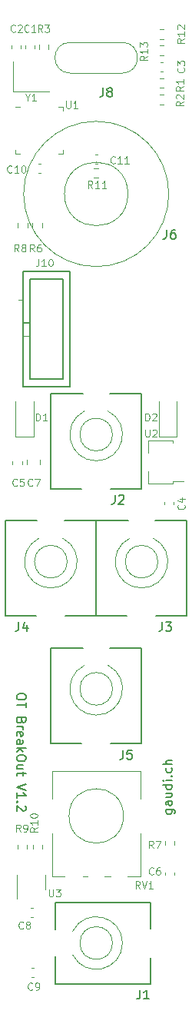
<source format=gbr>
%TF.GenerationSoftware,KiCad,Pcbnew,6.0.11-2627ca5db0~126~ubuntu22.04.1*%
%TF.CreationDate,2024-03-30T06:54:33+01:00*%
%TF.ProjectId,OTBreakOutV1,4f544272-6561-46b4-9f75-7456312e6b69,rev?*%
%TF.SameCoordinates,Original*%
%TF.FileFunction,Legend,Top*%
%TF.FilePolarity,Positive*%
%FSLAX46Y46*%
G04 Gerber Fmt 4.6, Leading zero omitted, Abs format (unit mm)*
G04 Created by KiCad (PCBNEW 6.0.11-2627ca5db0~126~ubuntu22.04.1) date 2024-03-30 06:54:33*
%MOMM*%
%LPD*%
G01*
G04 APERTURE LIST*
%ADD10C,0.150000*%
%ADD11C,0.120000*%
%ADD12C,0.100000*%
%ADD13C,0.200000*%
G04 APERTURE END LIST*
D10*
X92247619Y-130785714D02*
X92247619Y-130976190D01*
X92200000Y-131071428D01*
X92104761Y-131166666D01*
X91914285Y-131214285D01*
X91580952Y-131214285D01*
X91390476Y-131166666D01*
X91295238Y-131071428D01*
X91247619Y-130976190D01*
X91247619Y-130785714D01*
X91295238Y-130690476D01*
X91390476Y-130595238D01*
X91580952Y-130547619D01*
X91914285Y-130547619D01*
X92104761Y-130595238D01*
X92200000Y-130690476D01*
X92247619Y-130785714D01*
X92247619Y-131500000D02*
X92247619Y-132071428D01*
X91247619Y-131785714D02*
X92247619Y-131785714D01*
X91771428Y-133500000D02*
X91723809Y-133642857D01*
X91676190Y-133690476D01*
X91580952Y-133738095D01*
X91438095Y-133738095D01*
X91342857Y-133690476D01*
X91295238Y-133642857D01*
X91247619Y-133547619D01*
X91247619Y-133166666D01*
X92247619Y-133166666D01*
X92247619Y-133500000D01*
X92200000Y-133595238D01*
X92152380Y-133642857D01*
X92057142Y-133690476D01*
X91961904Y-133690476D01*
X91866666Y-133642857D01*
X91819047Y-133595238D01*
X91771428Y-133500000D01*
X91771428Y-133166666D01*
X91247619Y-134166666D02*
X91914285Y-134166666D01*
X91723809Y-134166666D02*
X91819047Y-134214285D01*
X91866666Y-134261904D01*
X91914285Y-134357142D01*
X91914285Y-134452380D01*
X91295238Y-135166666D02*
X91247619Y-135071428D01*
X91247619Y-134880952D01*
X91295238Y-134785714D01*
X91390476Y-134738095D01*
X91771428Y-134738095D01*
X91866666Y-134785714D01*
X91914285Y-134880952D01*
X91914285Y-135071428D01*
X91866666Y-135166666D01*
X91771428Y-135214285D01*
X91676190Y-135214285D01*
X91580952Y-134738095D01*
X91247619Y-136071428D02*
X91771428Y-136071428D01*
X91866666Y-136023809D01*
X91914285Y-135928571D01*
X91914285Y-135738095D01*
X91866666Y-135642857D01*
X91295238Y-136071428D02*
X91247619Y-135976190D01*
X91247619Y-135738095D01*
X91295238Y-135642857D01*
X91390476Y-135595238D01*
X91485714Y-135595238D01*
X91580952Y-135642857D01*
X91628571Y-135738095D01*
X91628571Y-135976190D01*
X91676190Y-136071428D01*
X91247619Y-136547619D02*
X92247619Y-136547619D01*
X91628571Y-136642857D02*
X91247619Y-136928571D01*
X91914285Y-136928571D02*
X91533333Y-136547619D01*
X92247619Y-137547619D02*
X92247619Y-137738095D01*
X92200000Y-137833333D01*
X92104761Y-137928571D01*
X91914285Y-137976190D01*
X91580952Y-137976190D01*
X91390476Y-137928571D01*
X91295238Y-137833333D01*
X91247619Y-137738095D01*
X91247619Y-137547619D01*
X91295238Y-137452380D01*
X91390476Y-137357142D01*
X91580952Y-137309523D01*
X91914285Y-137309523D01*
X92104761Y-137357142D01*
X92200000Y-137452380D01*
X92247619Y-137547619D01*
X91914285Y-138833333D02*
X91247619Y-138833333D01*
X91914285Y-138404761D02*
X91390476Y-138404761D01*
X91295238Y-138452380D01*
X91247619Y-138547619D01*
X91247619Y-138690476D01*
X91295238Y-138785714D01*
X91342857Y-138833333D01*
X91914285Y-139166666D02*
X91914285Y-139547619D01*
X92247619Y-139309523D02*
X91390476Y-139309523D01*
X91295238Y-139357142D01*
X91247619Y-139452380D01*
X91247619Y-139547619D01*
X92247619Y-140500000D02*
X91247619Y-140833333D01*
X92247619Y-141166666D01*
X91247619Y-142023809D02*
X91247619Y-141452380D01*
X91247619Y-141738095D02*
X92247619Y-141738095D01*
X92104761Y-141642857D01*
X92009523Y-141547619D01*
X91961904Y-141452380D01*
X91342857Y-142452380D02*
X91295238Y-142500000D01*
X91247619Y-142452380D01*
X91295238Y-142404761D01*
X91342857Y-142452380D01*
X91247619Y-142452380D01*
X92152380Y-142880952D02*
X92200000Y-142928571D01*
X92247619Y-143023809D01*
X92247619Y-143261904D01*
X92200000Y-143357142D01*
X92152380Y-143404761D01*
X92057142Y-143452380D01*
X91961904Y-143452380D01*
X91819047Y-143404761D01*
X91247619Y-142833333D01*
X91247619Y-143452380D01*
X107685714Y-143300000D02*
X108495238Y-143300000D01*
X108590476Y-143347619D01*
X108638095Y-143395238D01*
X108685714Y-143490476D01*
X108685714Y-143633333D01*
X108638095Y-143728571D01*
X108304761Y-143300000D02*
X108352380Y-143395238D01*
X108352380Y-143585714D01*
X108304761Y-143680952D01*
X108257142Y-143728571D01*
X108161904Y-143776190D01*
X107876190Y-143776190D01*
X107780952Y-143728571D01*
X107733333Y-143680952D01*
X107685714Y-143585714D01*
X107685714Y-143395238D01*
X107733333Y-143300000D01*
X108352380Y-142395238D02*
X107828571Y-142395238D01*
X107733333Y-142442857D01*
X107685714Y-142538095D01*
X107685714Y-142728571D01*
X107733333Y-142823809D01*
X108304761Y-142395238D02*
X108352380Y-142490476D01*
X108352380Y-142728571D01*
X108304761Y-142823809D01*
X108209523Y-142871428D01*
X108114285Y-142871428D01*
X108019047Y-142823809D01*
X107971428Y-142728571D01*
X107971428Y-142490476D01*
X107923809Y-142395238D01*
X107685714Y-141490476D02*
X108352380Y-141490476D01*
X107685714Y-141919047D02*
X108209523Y-141919047D01*
X108304761Y-141871428D01*
X108352380Y-141776190D01*
X108352380Y-141633333D01*
X108304761Y-141538095D01*
X108257142Y-141490476D01*
X108352380Y-140585714D02*
X107352380Y-140585714D01*
X108304761Y-140585714D02*
X108352380Y-140680952D01*
X108352380Y-140871428D01*
X108304761Y-140966666D01*
X108257142Y-141014285D01*
X108161904Y-141061904D01*
X107876190Y-141061904D01*
X107780952Y-141014285D01*
X107733333Y-140966666D01*
X107685714Y-140871428D01*
X107685714Y-140680952D01*
X107733333Y-140585714D01*
X108352380Y-140109523D02*
X107685714Y-140109523D01*
X107352380Y-140109523D02*
X107400000Y-140157142D01*
X107447619Y-140109523D01*
X107400000Y-140061904D01*
X107352380Y-140109523D01*
X107447619Y-140109523D01*
X108257142Y-139633333D02*
X108304761Y-139585714D01*
X108352380Y-139633333D01*
X108304761Y-139680952D01*
X108257142Y-139633333D01*
X108352380Y-139633333D01*
X108304761Y-138728571D02*
X108352380Y-138823809D01*
X108352380Y-139014285D01*
X108304761Y-139109523D01*
X108257142Y-139157142D01*
X108161904Y-139204761D01*
X107876190Y-139204761D01*
X107780952Y-139157142D01*
X107733333Y-139109523D01*
X107685714Y-139014285D01*
X107685714Y-138823809D01*
X107733333Y-138728571D01*
X108352380Y-138300000D02*
X107352380Y-138300000D01*
X108352380Y-137871428D02*
X107828571Y-137871428D01*
X107733333Y-137919047D01*
X107685714Y-138014285D01*
X107685714Y-138157142D01*
X107733333Y-138252380D01*
X107780952Y-138300000D01*
D11*
%TO.C,U1*%
X96690476Y-65261904D02*
X96690476Y-65909523D01*
X96728571Y-65985714D01*
X96766666Y-66023809D01*
X96842857Y-66061904D01*
X96995238Y-66061904D01*
X97071428Y-66023809D01*
X97109523Y-65985714D01*
X97147619Y-65909523D01*
X97147619Y-65261904D01*
X97947619Y-66061904D02*
X97490476Y-66061904D01*
X97719047Y-66061904D02*
X97719047Y-65261904D01*
X97642857Y-65376190D01*
X97566666Y-65452380D01*
X97490476Y-65490476D01*
%TO.C,C11*%
X102085714Y-72085714D02*
X102047619Y-72123809D01*
X101933333Y-72161904D01*
X101857142Y-72161904D01*
X101742857Y-72123809D01*
X101666666Y-72047619D01*
X101628571Y-71971428D01*
X101590476Y-71819047D01*
X101590476Y-71704761D01*
X101628571Y-71552380D01*
X101666666Y-71476190D01*
X101742857Y-71400000D01*
X101857142Y-71361904D01*
X101933333Y-71361904D01*
X102047619Y-71400000D01*
X102085714Y-71438095D01*
X102847619Y-72161904D02*
X102390476Y-72161904D01*
X102619047Y-72161904D02*
X102619047Y-71361904D01*
X102542857Y-71476190D01*
X102466666Y-71552380D01*
X102390476Y-71590476D01*
X103609523Y-72161904D02*
X103152380Y-72161904D01*
X103380952Y-72161904D02*
X103380952Y-71361904D01*
X103304761Y-71476190D01*
X103228571Y-71552380D01*
X103152380Y-71590476D01*
%TO.C,R1*%
X109611904Y-63633333D02*
X109230952Y-63900000D01*
X109611904Y-64090476D02*
X108811904Y-64090476D01*
X108811904Y-63785714D01*
X108850000Y-63709523D01*
X108888095Y-63671428D01*
X108964285Y-63633333D01*
X109078571Y-63633333D01*
X109154761Y-63671428D01*
X109192857Y-63709523D01*
X109230952Y-63785714D01*
X109230952Y-64090476D01*
X109611904Y-62871428D02*
X109611904Y-63328571D01*
X109611904Y-63100000D02*
X108811904Y-63100000D01*
X108926190Y-63176190D01*
X109002380Y-63252380D01*
X109040476Y-63328571D01*
D10*
%TO.C,J2*%
X102066666Y-108652380D02*
X102066666Y-109366666D01*
X102019047Y-109509523D01*
X101923809Y-109604761D01*
X101780952Y-109652380D01*
X101685714Y-109652380D01*
X102495238Y-108747619D02*
X102542857Y-108700000D01*
X102638095Y-108652380D01*
X102876190Y-108652380D01*
X102971428Y-108700000D01*
X103019047Y-108747619D01*
X103066666Y-108842857D01*
X103066666Y-108938095D01*
X103019047Y-109080952D01*
X102447619Y-109652380D01*
X103066666Y-109652380D01*
D11*
%TO.C,J10*%
X93652380Y-82661904D02*
X93652380Y-83233333D01*
X93614285Y-83347619D01*
X93538095Y-83423809D01*
X93423809Y-83461904D01*
X93347619Y-83461904D01*
X94452380Y-83461904D02*
X93995238Y-83461904D01*
X94223809Y-83461904D02*
X94223809Y-82661904D01*
X94147619Y-82776190D01*
X94071428Y-82852380D01*
X93995238Y-82890476D01*
X94947619Y-82661904D02*
X95023809Y-82661904D01*
X95100000Y-82700000D01*
X95138095Y-82738095D01*
X95176190Y-82814285D01*
X95214285Y-82966666D01*
X95214285Y-83157142D01*
X95176190Y-83309523D01*
X95138095Y-83385714D01*
X95100000Y-83423809D01*
X95023809Y-83461904D01*
X94947619Y-83461904D01*
X94871428Y-83423809D01*
X94833333Y-83385714D01*
X94795238Y-83309523D01*
X94757142Y-83157142D01*
X94757142Y-82966666D01*
X94795238Y-82814285D01*
X94833333Y-82738095D01*
X94871428Y-82700000D01*
X94947619Y-82661904D01*
%TO.C,RV1*%
X104806809Y-151999904D02*
X104540142Y-151618952D01*
X104349666Y-151999904D02*
X104349666Y-151199904D01*
X104654428Y-151199904D01*
X104730619Y-151238000D01*
X104768714Y-151276095D01*
X104806809Y-151352285D01*
X104806809Y-151466571D01*
X104768714Y-151542761D01*
X104730619Y-151580857D01*
X104654428Y-151618952D01*
X104349666Y-151618952D01*
X105035380Y-151199904D02*
X105302047Y-151999904D01*
X105568714Y-151199904D01*
X106254428Y-151999904D02*
X105797285Y-151999904D01*
X106025857Y-151999904D02*
X106025857Y-151199904D01*
X105949666Y-151314190D01*
X105873476Y-151390380D01*
X105797285Y-151428476D01*
%TO.C,C8*%
X91941666Y-156368714D02*
X91903571Y-156406809D01*
X91789285Y-156444904D01*
X91713095Y-156444904D01*
X91598809Y-156406809D01*
X91522619Y-156330619D01*
X91484523Y-156254428D01*
X91446428Y-156102047D01*
X91446428Y-155987761D01*
X91484523Y-155835380D01*
X91522619Y-155759190D01*
X91598809Y-155683000D01*
X91713095Y-155644904D01*
X91789285Y-155644904D01*
X91903571Y-155683000D01*
X91941666Y-155721095D01*
X92398809Y-155987761D02*
X92322619Y-155949666D01*
X92284523Y-155911571D01*
X92246428Y-155835380D01*
X92246428Y-155797285D01*
X92284523Y-155721095D01*
X92322619Y-155683000D01*
X92398809Y-155644904D01*
X92551190Y-155644904D01*
X92627380Y-155683000D01*
X92665476Y-155721095D01*
X92703571Y-155797285D01*
X92703571Y-155835380D01*
X92665476Y-155911571D01*
X92627380Y-155949666D01*
X92551190Y-155987761D01*
X92398809Y-155987761D01*
X92322619Y-156025857D01*
X92284523Y-156063952D01*
X92246428Y-156140142D01*
X92246428Y-156292523D01*
X92284523Y-156368714D01*
X92322619Y-156406809D01*
X92398809Y-156444904D01*
X92551190Y-156444904D01*
X92627380Y-156406809D01*
X92665476Y-156368714D01*
X92703571Y-156292523D01*
X92703571Y-156140142D01*
X92665476Y-156063952D01*
X92627380Y-156025857D01*
X92551190Y-155987761D01*
%TO.C,C2*%
X91066666Y-57585714D02*
X91028571Y-57623809D01*
X90914285Y-57661904D01*
X90838095Y-57661904D01*
X90723809Y-57623809D01*
X90647619Y-57547619D01*
X90609523Y-57471428D01*
X90571428Y-57319047D01*
X90571428Y-57204761D01*
X90609523Y-57052380D01*
X90647619Y-56976190D01*
X90723809Y-56900000D01*
X90838095Y-56861904D01*
X90914285Y-56861904D01*
X91028571Y-56900000D01*
X91066666Y-56938095D01*
X91371428Y-56938095D02*
X91409523Y-56900000D01*
X91485714Y-56861904D01*
X91676190Y-56861904D01*
X91752380Y-56900000D01*
X91790476Y-56938095D01*
X91828571Y-57014285D01*
X91828571Y-57090476D01*
X91790476Y-57204761D01*
X91333333Y-57661904D01*
X91828571Y-57661904D01*
%TO.C,C3*%
X109665714Y-61623333D02*
X109703809Y-61661428D01*
X109741904Y-61775714D01*
X109741904Y-61851904D01*
X109703809Y-61966190D01*
X109627619Y-62042380D01*
X109551428Y-62080476D01*
X109399047Y-62118571D01*
X109284761Y-62118571D01*
X109132380Y-62080476D01*
X109056190Y-62042380D01*
X108980000Y-61966190D01*
X108941904Y-61851904D01*
X108941904Y-61775714D01*
X108980000Y-61661428D01*
X109018095Y-61623333D01*
X108941904Y-61356666D02*
X108941904Y-60861428D01*
X109246666Y-61128095D01*
X109246666Y-61013809D01*
X109284761Y-60937619D01*
X109322857Y-60899523D01*
X109399047Y-60861428D01*
X109589523Y-60861428D01*
X109665714Y-60899523D01*
X109703809Y-60937619D01*
X109741904Y-61013809D01*
X109741904Y-61242380D01*
X109703809Y-61318571D01*
X109665714Y-61356666D01*
%TO.C,C4*%
X109685714Y-109733333D02*
X109723809Y-109771428D01*
X109761904Y-109885714D01*
X109761904Y-109961904D01*
X109723809Y-110076190D01*
X109647619Y-110152380D01*
X109571428Y-110190476D01*
X109419047Y-110228571D01*
X109304761Y-110228571D01*
X109152380Y-110190476D01*
X109076190Y-110152380D01*
X109000000Y-110076190D01*
X108961904Y-109961904D01*
X108961904Y-109885714D01*
X109000000Y-109771428D01*
X109038095Y-109733333D01*
X109228571Y-109047619D02*
X109761904Y-109047619D01*
X108923809Y-109238095D02*
X109495238Y-109428571D01*
X109495238Y-108933333D01*
D10*
%TO.C,J6*%
X107766666Y-79452380D02*
X107766666Y-80166666D01*
X107719047Y-80309523D01*
X107623809Y-80404761D01*
X107480952Y-80452380D01*
X107385714Y-80452380D01*
X108671428Y-79452380D02*
X108480952Y-79452380D01*
X108385714Y-79500000D01*
X108338095Y-79547619D01*
X108242857Y-79690476D01*
X108195238Y-79880952D01*
X108195238Y-80261904D01*
X108242857Y-80357142D01*
X108290476Y-80404761D01*
X108385714Y-80452380D01*
X108576190Y-80452380D01*
X108671428Y-80404761D01*
X108719047Y-80357142D01*
X108766666Y-80261904D01*
X108766666Y-80023809D01*
X108719047Y-79928571D01*
X108671428Y-79880952D01*
X108576190Y-79833333D01*
X108385714Y-79833333D01*
X108290476Y-79880952D01*
X108242857Y-79928571D01*
X108195238Y-80023809D01*
D11*
%TO.C,C9*%
X92957666Y-163099714D02*
X92919571Y-163137809D01*
X92805285Y-163175904D01*
X92729095Y-163175904D01*
X92614809Y-163137809D01*
X92538619Y-163061619D01*
X92500523Y-162985428D01*
X92462428Y-162833047D01*
X92462428Y-162718761D01*
X92500523Y-162566380D01*
X92538619Y-162490190D01*
X92614809Y-162414000D01*
X92729095Y-162375904D01*
X92805285Y-162375904D01*
X92919571Y-162414000D01*
X92957666Y-162452095D01*
X93338619Y-163175904D02*
X93491000Y-163175904D01*
X93567190Y-163137809D01*
X93605285Y-163099714D01*
X93681476Y-162985428D01*
X93719571Y-162833047D01*
X93719571Y-162528285D01*
X93681476Y-162452095D01*
X93643380Y-162414000D01*
X93567190Y-162375904D01*
X93414809Y-162375904D01*
X93338619Y-162414000D01*
X93300523Y-162452095D01*
X93262428Y-162528285D01*
X93262428Y-162718761D01*
X93300523Y-162794952D01*
X93338619Y-162833047D01*
X93414809Y-162871142D01*
X93567190Y-162871142D01*
X93643380Y-162833047D01*
X93681476Y-162794952D01*
X93719571Y-162718761D01*
D10*
%TO.C,J8*%
X100766666Y-63802380D02*
X100766666Y-64516666D01*
X100719047Y-64659523D01*
X100623809Y-64754761D01*
X100480952Y-64802380D01*
X100385714Y-64802380D01*
X101385714Y-64230952D02*
X101290476Y-64183333D01*
X101242857Y-64135714D01*
X101195238Y-64040476D01*
X101195238Y-63992857D01*
X101242857Y-63897619D01*
X101290476Y-63850000D01*
X101385714Y-63802380D01*
X101576190Y-63802380D01*
X101671428Y-63850000D01*
X101719047Y-63897619D01*
X101766666Y-63992857D01*
X101766666Y-64040476D01*
X101719047Y-64135714D01*
X101671428Y-64183333D01*
X101576190Y-64230952D01*
X101385714Y-64230952D01*
X101290476Y-64278571D01*
X101242857Y-64326190D01*
X101195238Y-64421428D01*
X101195238Y-64611904D01*
X101242857Y-64707142D01*
X101290476Y-64754761D01*
X101385714Y-64802380D01*
X101576190Y-64802380D01*
X101671428Y-64754761D01*
X101719047Y-64707142D01*
X101766666Y-64611904D01*
X101766666Y-64421428D01*
X101719047Y-64326190D01*
X101671428Y-64278571D01*
X101576190Y-64230952D01*
%TO.C,J4*%
X91466666Y-122652380D02*
X91466666Y-123366666D01*
X91419047Y-123509523D01*
X91323809Y-123604761D01*
X91180952Y-123652380D01*
X91085714Y-123652380D01*
X92371428Y-122985714D02*
X92371428Y-123652380D01*
X92133333Y-122604761D02*
X91895238Y-123319047D01*
X92514285Y-123319047D01*
D11*
%TO.C,D2*%
X105409523Y-100461904D02*
X105409523Y-99661904D01*
X105600000Y-99661904D01*
X105714285Y-99700000D01*
X105790476Y-99776190D01*
X105828571Y-99852380D01*
X105866666Y-100004761D01*
X105866666Y-100119047D01*
X105828571Y-100271428D01*
X105790476Y-100347619D01*
X105714285Y-100423809D01*
X105600000Y-100461904D01*
X105409523Y-100461904D01*
X106171428Y-99738095D02*
X106209523Y-99700000D01*
X106285714Y-99661904D01*
X106476190Y-99661904D01*
X106552380Y-99700000D01*
X106590476Y-99738095D01*
X106628571Y-99814285D01*
X106628571Y-99890476D01*
X106590476Y-100004761D01*
X106133333Y-100461904D01*
X106628571Y-100461904D01*
%TO.C,R10*%
X93521904Y-145254285D02*
X93140952Y-145520952D01*
X93521904Y-145711428D02*
X92721904Y-145711428D01*
X92721904Y-145406666D01*
X92760000Y-145330476D01*
X92798095Y-145292380D01*
X92874285Y-145254285D01*
X92988571Y-145254285D01*
X93064761Y-145292380D01*
X93102857Y-145330476D01*
X93140952Y-145406666D01*
X93140952Y-145711428D01*
X93521904Y-144492380D02*
X93521904Y-144949523D01*
X93521904Y-144720952D02*
X92721904Y-144720952D01*
X92836190Y-144797142D01*
X92912380Y-144873333D01*
X92950476Y-144949523D01*
X92721904Y-143997142D02*
X92721904Y-143920952D01*
X92760000Y-143844761D01*
X92798095Y-143806666D01*
X92874285Y-143768571D01*
X93026666Y-143730476D01*
X93217142Y-143730476D01*
X93369523Y-143768571D01*
X93445714Y-143806666D01*
X93483809Y-143844761D01*
X93521904Y-143920952D01*
X93521904Y-143997142D01*
X93483809Y-144073333D01*
X93445714Y-144111428D01*
X93369523Y-144149523D01*
X93217142Y-144187619D01*
X93026666Y-144187619D01*
X92874285Y-144149523D01*
X92798095Y-144111428D01*
X92760000Y-144073333D01*
X92721904Y-143997142D01*
%TO.C,U2*%
X105420476Y-101451904D02*
X105420476Y-102099523D01*
X105458571Y-102175714D01*
X105496666Y-102213809D01*
X105572857Y-102251904D01*
X105725238Y-102251904D01*
X105801428Y-102213809D01*
X105839523Y-102175714D01*
X105877619Y-102099523D01*
X105877619Y-101451904D01*
X106220476Y-101528095D02*
X106258571Y-101490000D01*
X106334761Y-101451904D01*
X106525238Y-101451904D01*
X106601428Y-101490000D01*
X106639523Y-101528095D01*
X106677619Y-101604285D01*
X106677619Y-101680476D01*
X106639523Y-101794761D01*
X106182380Y-102251904D01*
X106677619Y-102251904D01*
%TO.C,C5*%
X91266666Y-107585714D02*
X91228571Y-107623809D01*
X91114285Y-107661904D01*
X91038095Y-107661904D01*
X90923809Y-107623809D01*
X90847619Y-107547619D01*
X90809523Y-107471428D01*
X90771428Y-107319047D01*
X90771428Y-107204761D01*
X90809523Y-107052380D01*
X90847619Y-106976190D01*
X90923809Y-106900000D01*
X91038095Y-106861904D01*
X91114285Y-106861904D01*
X91228571Y-106900000D01*
X91266666Y-106938095D01*
X91990476Y-106861904D02*
X91609523Y-106861904D01*
X91571428Y-107242857D01*
X91609523Y-107204761D01*
X91685714Y-107166666D01*
X91876190Y-107166666D01*
X91952380Y-107204761D01*
X91990476Y-107242857D01*
X92028571Y-107319047D01*
X92028571Y-107509523D01*
X91990476Y-107585714D01*
X91952380Y-107623809D01*
X91876190Y-107661904D01*
X91685714Y-107661904D01*
X91609523Y-107623809D01*
X91571428Y-107585714D01*
%TO.C,R12*%
X109711904Y-58384285D02*
X109330952Y-58650952D01*
X109711904Y-58841428D02*
X108911904Y-58841428D01*
X108911904Y-58536666D01*
X108950000Y-58460476D01*
X108988095Y-58422380D01*
X109064285Y-58384285D01*
X109178571Y-58384285D01*
X109254761Y-58422380D01*
X109292857Y-58460476D01*
X109330952Y-58536666D01*
X109330952Y-58841428D01*
X109711904Y-57622380D02*
X109711904Y-58079523D01*
X109711904Y-57850952D02*
X108911904Y-57850952D01*
X109026190Y-57927142D01*
X109102380Y-58003333D01*
X109140476Y-58079523D01*
X108988095Y-57317619D02*
X108950000Y-57279523D01*
X108911904Y-57203333D01*
X108911904Y-57012857D01*
X108950000Y-56936666D01*
X108988095Y-56898571D01*
X109064285Y-56860476D01*
X109140476Y-56860476D01*
X109254761Y-56898571D01*
X109711904Y-57355714D01*
X109711904Y-56860476D01*
%TO.C,R7*%
X106292666Y-147554904D02*
X106026000Y-147173952D01*
X105835523Y-147554904D02*
X105835523Y-146754904D01*
X106140285Y-146754904D01*
X106216476Y-146793000D01*
X106254571Y-146831095D01*
X106292666Y-146907285D01*
X106292666Y-147021571D01*
X106254571Y-147097761D01*
X106216476Y-147135857D01*
X106140285Y-147173952D01*
X105835523Y-147173952D01*
X106559333Y-146754904D02*
X107092666Y-146754904D01*
X106749809Y-147554904D01*
%TO.C,C7*%
X92966666Y-107585714D02*
X92928571Y-107623809D01*
X92814285Y-107661904D01*
X92738095Y-107661904D01*
X92623809Y-107623809D01*
X92547619Y-107547619D01*
X92509523Y-107471428D01*
X92471428Y-107319047D01*
X92471428Y-107204761D01*
X92509523Y-107052380D01*
X92547619Y-106976190D01*
X92623809Y-106900000D01*
X92738095Y-106861904D01*
X92814285Y-106861904D01*
X92928571Y-106900000D01*
X92966666Y-106938095D01*
X93233333Y-106861904D02*
X93766666Y-106861904D01*
X93423809Y-107661904D01*
%TO.C,R2*%
X109611904Y-65293333D02*
X109230952Y-65560000D01*
X109611904Y-65750476D02*
X108811904Y-65750476D01*
X108811904Y-65445714D01*
X108850000Y-65369523D01*
X108888095Y-65331428D01*
X108964285Y-65293333D01*
X109078571Y-65293333D01*
X109154761Y-65331428D01*
X109192857Y-65369523D01*
X109230952Y-65445714D01*
X109230952Y-65750476D01*
X108888095Y-64988571D02*
X108850000Y-64950476D01*
X108811904Y-64874285D01*
X108811904Y-64683809D01*
X108850000Y-64607619D01*
X108888095Y-64569523D01*
X108964285Y-64531428D01*
X109040476Y-64531428D01*
X109154761Y-64569523D01*
X109611904Y-65026666D01*
X109611904Y-64531428D01*
D10*
%TO.C,J5*%
X102966666Y-136752380D02*
X102966666Y-137466666D01*
X102919047Y-137609523D01*
X102823809Y-137704761D01*
X102680952Y-137752380D01*
X102585714Y-137752380D01*
X103919047Y-136752380D02*
X103442857Y-136752380D01*
X103395238Y-137228571D01*
X103442857Y-137180952D01*
X103538095Y-137133333D01*
X103776190Y-137133333D01*
X103871428Y-137180952D01*
X103919047Y-137228571D01*
X103966666Y-137323809D01*
X103966666Y-137561904D01*
X103919047Y-137657142D01*
X103871428Y-137704761D01*
X103776190Y-137752380D01*
X103538095Y-137752380D01*
X103442857Y-137704761D01*
X103395238Y-137657142D01*
D11*
%TO.C,U3*%
X94790476Y-152061904D02*
X94790476Y-152709523D01*
X94828571Y-152785714D01*
X94866666Y-152823809D01*
X94942857Y-152861904D01*
X95095238Y-152861904D01*
X95171428Y-152823809D01*
X95209523Y-152785714D01*
X95247619Y-152709523D01*
X95247619Y-152061904D01*
X95552380Y-152061904D02*
X96047619Y-152061904D01*
X95780952Y-152366666D01*
X95895238Y-152366666D01*
X95971428Y-152404761D01*
X96009523Y-152442857D01*
X96047619Y-152519047D01*
X96047619Y-152709523D01*
X96009523Y-152785714D01*
X95971428Y-152823809D01*
X95895238Y-152861904D01*
X95666666Y-152861904D01*
X95590476Y-152823809D01*
X95552380Y-152785714D01*
%TO.C,C6*%
X106292666Y-150399714D02*
X106254571Y-150437809D01*
X106140285Y-150475904D01*
X106064095Y-150475904D01*
X105949809Y-150437809D01*
X105873619Y-150361619D01*
X105835523Y-150285428D01*
X105797428Y-150133047D01*
X105797428Y-150018761D01*
X105835523Y-149866380D01*
X105873619Y-149790190D01*
X105949809Y-149714000D01*
X106064095Y-149675904D01*
X106140285Y-149675904D01*
X106254571Y-149714000D01*
X106292666Y-149752095D01*
X106978380Y-149675904D02*
X106826000Y-149675904D01*
X106749809Y-149714000D01*
X106711714Y-149752095D01*
X106635523Y-149866380D01*
X106597428Y-150018761D01*
X106597428Y-150323523D01*
X106635523Y-150399714D01*
X106673619Y-150437809D01*
X106749809Y-150475904D01*
X106902190Y-150475904D01*
X106978380Y-150437809D01*
X107016476Y-150399714D01*
X107054571Y-150323523D01*
X107054571Y-150133047D01*
X107016476Y-150056857D01*
X106978380Y-150018761D01*
X106902190Y-149980666D01*
X106749809Y-149980666D01*
X106673619Y-150018761D01*
X106635523Y-150056857D01*
X106597428Y-150133047D01*
%TO.C,D1*%
X93359523Y-100461904D02*
X93359523Y-99661904D01*
X93550000Y-99661904D01*
X93664285Y-99700000D01*
X93740476Y-99776190D01*
X93778571Y-99852380D01*
X93816666Y-100004761D01*
X93816666Y-100119047D01*
X93778571Y-100271428D01*
X93740476Y-100347619D01*
X93664285Y-100423809D01*
X93550000Y-100461904D01*
X93359523Y-100461904D01*
X94578571Y-100461904D02*
X94121428Y-100461904D01*
X94350000Y-100461904D02*
X94350000Y-99661904D01*
X94273809Y-99776190D01*
X94197619Y-99852380D01*
X94121428Y-99890476D01*
%TO.C,C1*%
X92566666Y-57585714D02*
X92528571Y-57623809D01*
X92414285Y-57661904D01*
X92338095Y-57661904D01*
X92223809Y-57623809D01*
X92147619Y-57547619D01*
X92109523Y-57471428D01*
X92071428Y-57319047D01*
X92071428Y-57204761D01*
X92109523Y-57052380D01*
X92147619Y-56976190D01*
X92223809Y-56900000D01*
X92338095Y-56861904D01*
X92414285Y-56861904D01*
X92528571Y-56900000D01*
X92566666Y-56938095D01*
X93328571Y-57661904D02*
X92871428Y-57661904D01*
X93100000Y-57661904D02*
X93100000Y-56861904D01*
X93023809Y-56976190D01*
X92947619Y-57052380D01*
X92871428Y-57090476D01*
D12*
%TO.C,Y1*%
X92419047Y-64880952D02*
X92419047Y-65261904D01*
X92152380Y-64461904D02*
X92419047Y-64880952D01*
X92685714Y-64461904D01*
X93371428Y-65261904D02*
X92914285Y-65261904D01*
X93142857Y-65261904D02*
X93142857Y-64461904D01*
X93066666Y-64576190D01*
X92990476Y-64652380D01*
X92914285Y-64690476D01*
D11*
%TO.C,R13*%
X105644904Y-60314285D02*
X105263952Y-60580952D01*
X105644904Y-60771428D02*
X104844904Y-60771428D01*
X104844904Y-60466666D01*
X104883000Y-60390476D01*
X104921095Y-60352380D01*
X104997285Y-60314285D01*
X105111571Y-60314285D01*
X105187761Y-60352380D01*
X105225857Y-60390476D01*
X105263952Y-60466666D01*
X105263952Y-60771428D01*
X105644904Y-59552380D02*
X105644904Y-60009523D01*
X105644904Y-59780952D02*
X104844904Y-59780952D01*
X104959190Y-59857142D01*
X105035380Y-59933333D01*
X105073476Y-60009523D01*
X104844904Y-59285714D02*
X104844904Y-58790476D01*
X105149666Y-59057142D01*
X105149666Y-58942857D01*
X105187761Y-58866666D01*
X105225857Y-58828571D01*
X105302047Y-58790476D01*
X105492523Y-58790476D01*
X105568714Y-58828571D01*
X105606809Y-58866666D01*
X105644904Y-58942857D01*
X105644904Y-59171428D01*
X105606809Y-59247619D01*
X105568714Y-59285714D01*
%TO.C,R11*%
X99585714Y-74861904D02*
X99319047Y-74480952D01*
X99128571Y-74861904D02*
X99128571Y-74061904D01*
X99433333Y-74061904D01*
X99509523Y-74100000D01*
X99547619Y-74138095D01*
X99585714Y-74214285D01*
X99585714Y-74328571D01*
X99547619Y-74404761D01*
X99509523Y-74442857D01*
X99433333Y-74480952D01*
X99128571Y-74480952D01*
X100347619Y-74861904D02*
X99890476Y-74861904D01*
X100119047Y-74861904D02*
X100119047Y-74061904D01*
X100042857Y-74176190D01*
X99966666Y-74252380D01*
X99890476Y-74290476D01*
X101109523Y-74861904D02*
X100652380Y-74861904D01*
X100880952Y-74861904D02*
X100880952Y-74061904D01*
X100804761Y-74176190D01*
X100728571Y-74252380D01*
X100652380Y-74290476D01*
%TO.C,R6*%
X93166666Y-81861904D02*
X92900000Y-81480952D01*
X92709523Y-81861904D02*
X92709523Y-81061904D01*
X93014285Y-81061904D01*
X93090476Y-81100000D01*
X93128571Y-81138095D01*
X93166666Y-81214285D01*
X93166666Y-81328571D01*
X93128571Y-81404761D01*
X93090476Y-81442857D01*
X93014285Y-81480952D01*
X92709523Y-81480952D01*
X93852380Y-81061904D02*
X93700000Y-81061904D01*
X93623809Y-81100000D01*
X93585714Y-81138095D01*
X93509523Y-81252380D01*
X93471428Y-81404761D01*
X93471428Y-81709523D01*
X93509523Y-81785714D01*
X93547619Y-81823809D01*
X93623809Y-81861904D01*
X93776190Y-81861904D01*
X93852380Y-81823809D01*
X93890476Y-81785714D01*
X93928571Y-81709523D01*
X93928571Y-81519047D01*
X93890476Y-81442857D01*
X93852380Y-81404761D01*
X93776190Y-81366666D01*
X93623809Y-81366666D01*
X93547619Y-81404761D01*
X93509523Y-81442857D01*
X93471428Y-81519047D01*
D10*
%TO.C,J3*%
X107266666Y-122652380D02*
X107266666Y-123366666D01*
X107219047Y-123509523D01*
X107123809Y-123604761D01*
X106980952Y-123652380D01*
X106885714Y-123652380D01*
X107647619Y-122652380D02*
X108266666Y-122652380D01*
X107933333Y-123033333D01*
X108076190Y-123033333D01*
X108171428Y-123080952D01*
X108219047Y-123128571D01*
X108266666Y-123223809D01*
X108266666Y-123461904D01*
X108219047Y-123557142D01*
X108171428Y-123604761D01*
X108076190Y-123652380D01*
X107790476Y-123652380D01*
X107695238Y-123604761D01*
X107647619Y-123557142D01*
D11*
%TO.C,C10*%
X90685714Y-73085714D02*
X90647619Y-73123809D01*
X90533333Y-73161904D01*
X90457142Y-73161904D01*
X90342857Y-73123809D01*
X90266666Y-73047619D01*
X90228571Y-72971428D01*
X90190476Y-72819047D01*
X90190476Y-72704761D01*
X90228571Y-72552380D01*
X90266666Y-72476190D01*
X90342857Y-72400000D01*
X90457142Y-72361904D01*
X90533333Y-72361904D01*
X90647619Y-72400000D01*
X90685714Y-72438095D01*
X91447619Y-73161904D02*
X90990476Y-73161904D01*
X91219047Y-73161904D02*
X91219047Y-72361904D01*
X91142857Y-72476190D01*
X91066666Y-72552380D01*
X90990476Y-72590476D01*
X91942857Y-72361904D02*
X92019047Y-72361904D01*
X92095238Y-72400000D01*
X92133333Y-72438095D01*
X92171428Y-72514285D01*
X92209523Y-72666666D01*
X92209523Y-72857142D01*
X92171428Y-73009523D01*
X92133333Y-73085714D01*
X92095238Y-73123809D01*
X92019047Y-73161904D01*
X91942857Y-73161904D01*
X91866666Y-73123809D01*
X91828571Y-73085714D01*
X91790476Y-73009523D01*
X91752380Y-72857142D01*
X91752380Y-72666666D01*
X91790476Y-72514285D01*
X91828571Y-72438095D01*
X91866666Y-72400000D01*
X91942857Y-72361904D01*
%TO.C,R8*%
X91466666Y-81861904D02*
X91200000Y-81480952D01*
X91009523Y-81861904D02*
X91009523Y-81061904D01*
X91314285Y-81061904D01*
X91390476Y-81100000D01*
X91428571Y-81138095D01*
X91466666Y-81214285D01*
X91466666Y-81328571D01*
X91428571Y-81404761D01*
X91390476Y-81442857D01*
X91314285Y-81480952D01*
X91009523Y-81480952D01*
X91923809Y-81404761D02*
X91847619Y-81366666D01*
X91809523Y-81328571D01*
X91771428Y-81252380D01*
X91771428Y-81214285D01*
X91809523Y-81138095D01*
X91847619Y-81100000D01*
X91923809Y-81061904D01*
X92076190Y-81061904D01*
X92152380Y-81100000D01*
X92190476Y-81138095D01*
X92228571Y-81214285D01*
X92228571Y-81252380D01*
X92190476Y-81328571D01*
X92152380Y-81366666D01*
X92076190Y-81404761D01*
X91923809Y-81404761D01*
X91847619Y-81442857D01*
X91809523Y-81480952D01*
X91771428Y-81557142D01*
X91771428Y-81709523D01*
X91809523Y-81785714D01*
X91847619Y-81823809D01*
X91923809Y-81861904D01*
X92076190Y-81861904D01*
X92152380Y-81823809D01*
X92190476Y-81785714D01*
X92228571Y-81709523D01*
X92228571Y-81557142D01*
X92190476Y-81480952D01*
X92152380Y-81442857D01*
X92076190Y-81404761D01*
%TO.C,R9*%
X91666666Y-145749404D02*
X91400000Y-145368452D01*
X91209523Y-145749404D02*
X91209523Y-144949404D01*
X91514285Y-144949404D01*
X91590476Y-144987500D01*
X91628571Y-145025595D01*
X91666666Y-145101785D01*
X91666666Y-145216071D01*
X91628571Y-145292261D01*
X91590476Y-145330357D01*
X91514285Y-145368452D01*
X91209523Y-145368452D01*
X92047619Y-145749404D02*
X92200000Y-145749404D01*
X92276190Y-145711309D01*
X92314285Y-145673214D01*
X92390476Y-145558928D01*
X92428571Y-145406547D01*
X92428571Y-145101785D01*
X92390476Y-145025595D01*
X92352380Y-144987500D01*
X92276190Y-144949404D01*
X92123809Y-144949404D01*
X92047619Y-144987500D01*
X92009523Y-145025595D01*
X91971428Y-145101785D01*
X91971428Y-145292261D01*
X92009523Y-145368452D01*
X92047619Y-145406547D01*
X92123809Y-145444642D01*
X92276190Y-145444642D01*
X92352380Y-145406547D01*
X92390476Y-145368452D01*
X92428571Y-145292261D01*
D10*
%TO.C,J1*%
X104822666Y-163155380D02*
X104822666Y-163869666D01*
X104775047Y-164012523D01*
X104679809Y-164107761D01*
X104536952Y-164155380D01*
X104441714Y-164155380D01*
X105822666Y-164155380D02*
X105251238Y-164155380D01*
X105536952Y-164155380D02*
X105536952Y-163155380D01*
X105441714Y-163298238D01*
X105346476Y-163393476D01*
X105251238Y-163441095D01*
D11*
%TO.C,R3*%
X94066666Y-57661904D02*
X93800000Y-57280952D01*
X93609523Y-57661904D02*
X93609523Y-56861904D01*
X93914285Y-56861904D01*
X93990476Y-56900000D01*
X94028571Y-56938095D01*
X94066666Y-57014285D01*
X94066666Y-57128571D01*
X94028571Y-57204761D01*
X93990476Y-57242857D01*
X93914285Y-57280952D01*
X93609523Y-57280952D01*
X94333333Y-56861904D02*
X94828571Y-56861904D01*
X94561904Y-57166666D01*
X94676190Y-57166666D01*
X94752380Y-57204761D01*
X94790476Y-57242857D01*
X94828571Y-57319047D01*
X94828571Y-57509523D01*
X94790476Y-57585714D01*
X94752380Y-57623809D01*
X94676190Y-57661904D01*
X94447619Y-57661904D01*
X94371428Y-57623809D01*
X94333333Y-57585714D01*
%TO.C,U1*%
X91090000Y-71110000D02*
X91090000Y-70635000D01*
X95835000Y-71110000D02*
X96310000Y-71110000D01*
X95835000Y-65890000D02*
X96310000Y-65890000D01*
X91565000Y-71110000D02*
X91090000Y-71110000D01*
X91565000Y-65890000D02*
X91090000Y-65890000D01*
X96310000Y-71110000D02*
X96310000Y-70635000D01*
X96310000Y-65890000D02*
X96310000Y-66365000D01*
%TO.C,C11*%
X100140580Y-72210000D02*
X99859420Y-72210000D01*
X100140580Y-71190000D02*
X99859420Y-71190000D01*
%TO.C,R1*%
X107437258Y-63822500D02*
X106962742Y-63822500D01*
X107437258Y-62777500D02*
X106962742Y-62777500D01*
D13*
%TO.C,J2*%
X105000000Y-108000000D02*
X101600000Y-108000000D01*
X105000000Y-97500000D02*
X101500000Y-97500000D01*
X95000000Y-97500000D02*
X95000000Y-108000000D01*
X105000000Y-97500000D02*
X105000000Y-108000000D01*
X98400000Y-108000000D02*
X95000000Y-108000000D01*
X98500000Y-97500000D02*
X95000000Y-97500000D01*
D11*
X98703737Y-99411424D02*
G75*
G03*
X100000000Y-104895000I1296263J-2588576D01*
G01*
X100000000Y-104895001D02*
G75*
G03*
X101296263Y-99411423I0J2895001D01*
G01*
X101800000Y-102000000D02*
G75*
G03*
X101800000Y-102000000I-1800000J0D01*
G01*
%TO.C,J10*%
X91410000Y-87200000D02*
X91900000Y-87200000D01*
X91900000Y-91100000D02*
X92700000Y-91100000D01*
D10*
X91900000Y-89700000D02*
X92700000Y-89700000D01*
X91900000Y-84050000D02*
X97100000Y-84050000D01*
X97100000Y-84050000D02*
X97100000Y-96750000D01*
X97100000Y-96750000D02*
X91900000Y-96750000D01*
X91900000Y-96750000D02*
X91900000Y-84050000D01*
X92700000Y-84900000D02*
X96300000Y-84900000D01*
X96300000Y-84900000D02*
X96300000Y-95900000D01*
X96300000Y-95900000D02*
X92700000Y-95900000D01*
X92700000Y-95900000D02*
X92700000Y-84900000D01*
D11*
%TO.C,RV1*%
X104870000Y-150620000D02*
X104870000Y-145900000D01*
X104870000Y-139030000D02*
X95130000Y-139030000D01*
X104870000Y-150620000D02*
X103480000Y-150620000D01*
X104870000Y-142090000D02*
X104870000Y-139030000D01*
X99045000Y-150620000D02*
X98515000Y-150620000D01*
X95130000Y-142090000D02*
X95130000Y-139030000D01*
X95120000Y-150620000D02*
X95120000Y-145900000D01*
X101550000Y-150620000D02*
X100940000Y-150620000D01*
X96480000Y-150620000D02*
X95130000Y-150620000D01*
D12*
X103000000Y-144000000D02*
G75*
G03*
X103000000Y-144000000I-3000000J0D01*
G01*
D11*
%TO.C,C8*%
X92759420Y-154090000D02*
X93040580Y-154090000D01*
X92759420Y-155110000D02*
X93040580Y-155110000D01*
%TO.C,C2*%
X91710000Y-59159420D02*
X91710000Y-59440580D01*
X90690000Y-59159420D02*
X90690000Y-59440580D01*
%TO.C,C3*%
X107340580Y-62010000D02*
X107059420Y-62010000D01*
X107340580Y-60990000D02*
X107059420Y-60990000D01*
%TO.C,C4*%
X107490000Y-109680580D02*
X107490000Y-109399420D01*
X108510000Y-109680580D02*
X108510000Y-109399420D01*
%TO.C,J6*%
X108000000Y-75500000D02*
G75*
G03*
X108000000Y-75500000I-8000000J0D01*
G01*
X103500000Y-75500000D02*
G75*
G03*
X103500000Y-75500000I-3500000J0D01*
G01*
%TO.C,C9*%
X92834420Y-161760000D02*
X93115580Y-161760000D01*
X92834420Y-160740000D02*
X93115580Y-160740000D01*
%TO.C,J8*%
X97150000Y-62200000D02*
X102850000Y-62200000D01*
X97150000Y-58800000D02*
X102850000Y-58800000D01*
X102850000Y-62200000D02*
G75*
G03*
X102850000Y-58800000I0J1700000D01*
G01*
X97150000Y-58800000D02*
G75*
G03*
X97150000Y-62200000I0J-1700000D01*
G01*
D13*
%TO.C,J4*%
X90000000Y-111500000D02*
X90000000Y-122000000D01*
X100000000Y-111500000D02*
X100000000Y-122000000D01*
X93400000Y-122000000D02*
X90000000Y-122000000D01*
X93500000Y-111500000D02*
X90000000Y-111500000D01*
X100000000Y-122000000D02*
X96600000Y-122000000D01*
X100000000Y-111500000D02*
X96500000Y-111500000D01*
D11*
X93703737Y-113411424D02*
G75*
G03*
X95000000Y-118895000I1296263J-2588576D01*
G01*
X95000000Y-118895001D02*
G75*
G03*
X96296263Y-113411423I0J2895001D01*
G01*
X96800000Y-116000000D02*
G75*
G03*
X96800000Y-116000000I-1800000J0D01*
G01*
%TO.C,D2*%
X106900000Y-102250000D02*
X108900000Y-102250000D01*
X106900000Y-102250000D02*
X106900000Y-98350000D01*
X108900000Y-102250000D02*
X108900000Y-98350000D01*
%TO.C,R10*%
X93027500Y-147175242D02*
X93027500Y-147649758D01*
X94072500Y-147175242D02*
X94072500Y-147649758D01*
%TO.C,U2*%
X109610000Y-107160000D02*
X108470000Y-107160000D01*
X108470000Y-107390000D02*
X105750000Y-107390000D01*
X108470000Y-102670000D02*
X108470000Y-102900000D01*
X108470000Y-107390000D02*
X108470000Y-107160000D01*
X105750000Y-103980000D02*
X105750000Y-102670000D01*
X105750000Y-102670000D02*
X108470000Y-102670000D01*
X105750000Y-107390000D02*
X105750000Y-106080000D01*
%TO.C,C5*%
X90790000Y-105240580D02*
X90790000Y-104959420D01*
X91810000Y-105240580D02*
X91810000Y-104959420D01*
%TO.C,R12*%
X106962742Y-58422500D02*
X107437258Y-58422500D01*
X106962742Y-57377500D02*
X107437258Y-57377500D01*
%TO.C,R7*%
X107577500Y-147212258D02*
X107577500Y-146737742D01*
X108622500Y-147212258D02*
X108622500Y-146737742D01*
%TO.C,C7*%
X93835000Y-105311252D02*
X93835000Y-104788748D01*
X92365000Y-105311252D02*
X92365000Y-104788748D01*
%TO.C,R2*%
X107437258Y-65622500D02*
X106962742Y-65622500D01*
X107437258Y-64577500D02*
X106962742Y-64577500D01*
D13*
%TO.C,J5*%
X95000000Y-125500000D02*
X95000000Y-136000000D01*
X98400000Y-136000000D02*
X95000000Y-136000000D01*
X98500000Y-125500000D02*
X95000000Y-125500000D01*
X105000000Y-125500000D02*
X101500000Y-125500000D01*
X105000000Y-136000000D02*
X101600000Y-136000000D01*
X105000000Y-125500000D02*
X105000000Y-136000000D01*
D11*
X98703737Y-127411424D02*
G75*
G03*
X100000000Y-132895000I1296263J-2588576D01*
G01*
X100000000Y-132895001D02*
G75*
G03*
X101296263Y-127411423I0J2895001D01*
G01*
X101800000Y-130000000D02*
G75*
G03*
X101800000Y-130000000I-1800000J0D01*
G01*
%TO.C,U3*%
X94360000Y-151300000D02*
X94360000Y-150500000D01*
X91240000Y-151300000D02*
X91240000Y-153100000D01*
X91240000Y-151300000D02*
X91240000Y-150500000D01*
X94360000Y-151300000D02*
X94360000Y-152100000D01*
%TO.C,C6*%
X107590000Y-150515580D02*
X107590000Y-150234420D01*
X108610000Y-150515580D02*
X108610000Y-150234420D01*
%TO.C,D1*%
X91100000Y-102250000D02*
X91100000Y-98350000D01*
X93100000Y-102250000D02*
X93100000Y-98350000D01*
X91100000Y-102250000D02*
X93100000Y-102250000D01*
%TO.C,C1*%
X92190000Y-59159420D02*
X92190000Y-59440580D01*
X93210000Y-59159420D02*
X93210000Y-59440580D01*
%TO.C,Y1*%
X90800000Y-60950000D02*
X90800000Y-64250000D01*
X90800000Y-64250000D02*
X94800000Y-64250000D01*
%TO.C,R13*%
X106962742Y-60222500D02*
X107437258Y-60222500D01*
X106962742Y-59177500D02*
X107437258Y-59177500D01*
%TO.C,R11*%
X99762742Y-73722500D02*
X100237258Y-73722500D01*
X99762742Y-72677500D02*
X100237258Y-72677500D01*
%TO.C,R6*%
X92977500Y-79187258D02*
X92977500Y-78712742D01*
X94022500Y-79187258D02*
X94022500Y-78712742D01*
D13*
%TO.C,J3*%
X110000000Y-111500000D02*
X106500000Y-111500000D01*
X103400000Y-122000000D02*
X100000000Y-122000000D01*
X103500000Y-111500000D02*
X100000000Y-111500000D01*
X100000000Y-111500000D02*
X100000000Y-122000000D01*
X110000000Y-122000000D02*
X106600000Y-122000000D01*
X110000000Y-111500000D02*
X110000000Y-122000000D01*
D11*
X103703737Y-113411424D02*
G75*
G03*
X105000000Y-118895000I1296263J-2588576D01*
G01*
X105000000Y-118895001D02*
G75*
G03*
X106296263Y-113411423I0J2895001D01*
G01*
X106800000Y-116000000D02*
G75*
G03*
X106800000Y-116000000I-1800000J0D01*
G01*
%TO.C,C10*%
X93598420Y-73210000D02*
X93879580Y-73210000D01*
X93598420Y-72190000D02*
X93879580Y-72190000D01*
%TO.C,R8*%
X91377500Y-79187258D02*
X91377500Y-78712742D01*
X92422500Y-79187258D02*
X92422500Y-78712742D01*
%TO.C,R9*%
X91327500Y-147649758D02*
X91327500Y-147175242D01*
X92372500Y-147649758D02*
X92372500Y-147175242D01*
D13*
%TO.C,J1*%
X95500000Y-153500000D02*
X95500000Y-156500000D01*
X95500000Y-162500000D02*
X106000000Y-162500000D01*
X95500000Y-159500000D02*
X95500000Y-162500000D01*
X95500000Y-153500000D02*
X106000000Y-153500000D01*
X106000000Y-153500000D02*
X106000000Y-156400000D01*
X106000000Y-159600000D02*
X106000000Y-162500000D01*
D11*
X97411424Y-159296263D02*
G75*
G03*
X102895000Y-158000000I2588576J1296263D01*
G01*
X102895001Y-158000000D02*
G75*
G03*
X97411423Y-156703737I-2895001J0D01*
G01*
X101800000Y-158000000D02*
G75*
G03*
X101800000Y-158000000I-1800000J0D01*
G01*
%TO.C,R3*%
X94722500Y-59062742D02*
X94722500Y-59537258D01*
X93677500Y-59062742D02*
X93677500Y-59537258D01*
%TD*%
M02*

</source>
